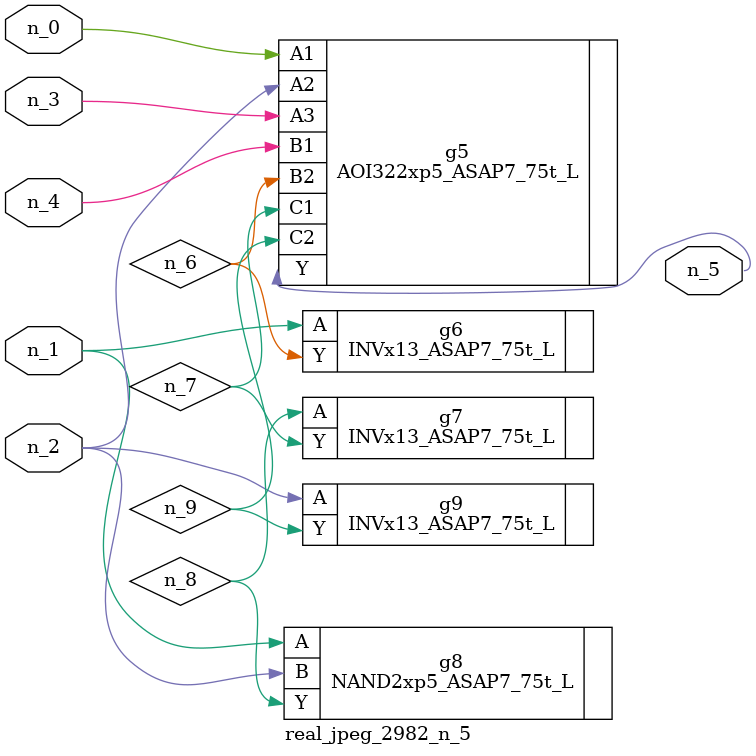
<source format=v>
module real_jpeg_2982_n_5 (n_4, n_0, n_1, n_2, n_3, n_5);

input n_4;
input n_0;
input n_1;
input n_2;
input n_3;

output n_5;

wire n_8;
wire n_6;
wire n_7;
wire n_9;

AOI322xp5_ASAP7_75t_L g5 ( 
.A1(n_0),
.A2(n_2),
.A3(n_3),
.B1(n_4),
.B2(n_6),
.C1(n_7),
.C2(n_9),
.Y(n_5)
);

INVx13_ASAP7_75t_L g6 ( 
.A(n_1),
.Y(n_6)
);

NAND2xp5_ASAP7_75t_L g8 ( 
.A(n_1),
.B(n_2),
.Y(n_8)
);

INVx13_ASAP7_75t_L g9 ( 
.A(n_2),
.Y(n_9)
);

INVx13_ASAP7_75t_L g7 ( 
.A(n_8),
.Y(n_7)
);


endmodule
</source>
